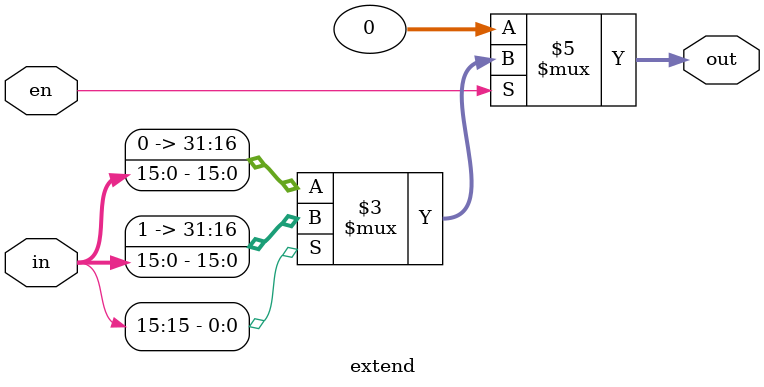
<source format=v>
module extend(
	input  [15:0] in,
	output reg [31:0] out,
	input en
);

	always @(*)begin
		out <= 32'd0;
		if(en) begin
			if(in[15])begin
				out <= {16'hFFFF,in[15:0]};
			end
			else begin
				out <= {16'h0000,in[15:0]};
			end
		end
	end
	
endmodule	
</source>
